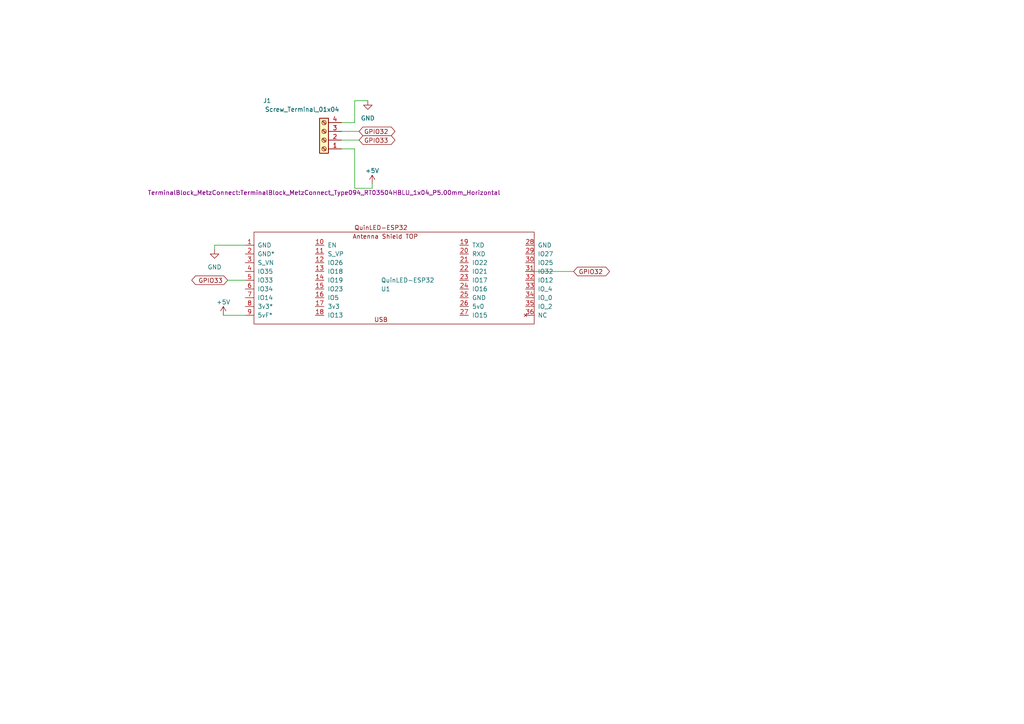
<source format=kicad_sch>
(kicad_sch (version 20231120) (generator "eeschema") (generator_version "8.0")
  (paper "A4")
  (lib_symbols
    (symbol "Connector:Screw_Terminal_01x04" (pin_names (offset 1.016) hide)
      (property "Reference" "J" (at 0 5.08 0))
      (property "Value" "Screw_Terminal_01x04" (at 0 -7.62 0))
      (symbol "Screw_Terminal_01x04_1_1"
        (rectangle (start -1.27 3.81) (end 1.27 -6.35) (stroke (width 0.254)) (fill (type background)))
        (circle (center 0 -5.08) (radius 0.635) (stroke (width 0.1524)))
        (circle (center 0 -2.54) (radius 0.635) (stroke (width 0.1524)))
        (polyline (pts (xy -0.5334 -4.7498) (xy 0.3302 -5.588)) (stroke (width 0.1524)))
        (polyline (pts (xy -0.5334 -2.2098) (xy 0.3302 -3.048)) (stroke (width 0.1524)))
        (polyline (pts (xy -0.5334 0.3302) (xy 0.3302 -0.508)) (stroke (width 0.1524)))
        (polyline (pts (xy -0.5334 2.8702) (xy 0.3302 2.032)) (stroke (width 0.1524)))
        (polyline (pts (xy -0.3556 -4.572) (xy 0.508 -5.4102)) (stroke (width 0.1524)))
        (polyline (pts (xy -0.3556 -2.032) (xy 0.508 -2.8702)) (stroke (width 0.1524)))
        (polyline (pts (xy -0.3556 0.508) (xy 0.508 -0.3302)) (stroke (width 0.1524)))
        (polyline (pts (xy -0.3556 3.048) (xy 0.508 2.2098)) (stroke (width 0.1524)))
        (circle (center 0 0) (radius 0.635) (stroke (width 0.1524)))
        (circle (center 0 2.54) (radius 0.635) (stroke (width 0.1524)))
        (pin passive line (at -5.08 2.54 0) (length 3.81) (name "Pin_1") (number "1"))
        (pin passive line (at -5.08 0 0) (length 3.81) (name "Pin_2") (number "2"))
        (pin passive line (at -5.08 -2.54 0) (length 3.81) (name "Pin_3") (number "3"))
        (pin passive line (at -5.08 -5.08 0) (length 3.81) (name "Pin_4") (number "4"))
      )
    )
    (symbol "QuinLED-ESP32:QuinLED-ESP32" (pin_names (offset 1.016))
      (property "Reference" "U" (at 58.42 -12.7 0))
      (property "Value" "QuinLED-ESP32" (at 58.42 -7.62 0))
      (symbol "QuinLED-ESP32_0_0"
        (rectangle (start 21.59 -3.81) (end 102.87 -30.48))
        (text "Antenna Shield TOP" (at 59.69 -5.08 0) (effects (font (size 1.27 1.27))))
        (text "QuinLED-ESP32" (at 58.42 -2.54 0) (effects (font (size 1.27 1.27))))
        (text "USB" (at 58.42 -29.21 0) (effects (font (size 1.27 1.27))))
      )
      (symbol "QuinLED-ESP32_1_1"
        (pin bidirectional line (at 19.05 -7.62 0) (length 2.54) (name "GND") (number "1"))
        (pin input line (at 39.37 -7.62 0) (length 2.54) (name "EN") (number "10"))
        (pin input line (at 39.37 -10.16 0) (length 2.54) (name "S_VP") (number "11"))
        (pin bidirectional line (at 39.37 -12.7 0) (length 2.54) (name "IO26") (number "12"))
        (pin bidirectional line (at 39.37 -15.24 0) (length 2.54) (name "IO18") (number "13"))
        (pin bidirectional line (at 39.37 -17.78 0) (length 2.54) (name "IO19") (number "14"))
        (pin bidirectional line (at 39.37 -20.32 0) (length 2.54) (name "IO23") (number "15"))
        (pin bidirectional line (at 39.37 -22.86 0) (length 2.54) (name "IO5") (number "16"))
        (pin output line (at 39.37 -25.4 0) (length 2.54) (name "3v3") (number "17"))
        (pin bidirectional line (at 39.37 -27.94 0) (length 2.54) (name "IO13") (number "18"))
        (pin output line (at 81.28 -7.62 0) (length 2.54) (name "TXD") (number "19"))
        (pin bidirectional line (at 19.05 -10.16 0) (length 2.54) (name "GND*") (number "2"))
        (pin input line (at 81.28 -10.16 0) (length 2.54) (name "RXD") (number "20"))
        (pin bidirectional line (at 81.28 -12.7 0) (length 2.54) (name "IO22") (number "21"))
        (pin bidirectional line (at 81.28 -15.24 0) (length 2.54) (name "IO21") (number "22"))
        (pin bidirectional line (at 81.28 -17.78 0) (length 2.54) (name "IO17") (number "23"))
        (pin bidirectional line (at 81.28 -20.32 0) (length 2.54) (name "IO16") (number "24"))
        (pin bidirectional line (at 81.28 -22.86 0) (length 2.54) (name "GND") (number "25"))
        (pin input line (at 81.28 -25.4 0) (length 2.54) (name "5v0") (number "26"))
        (pin bidirectional line (at 81.28 -27.94 0) (length 2.54) (name "IO15") (number "27"))
        (pin bidirectional line (at 100.33 -7.62 0) (length 2.54) (name "GND") (number "28"))
        (pin bidirectional line (at 100.33 -10.16 0) (length 2.54) (name "IO27") (number "29"))
        (pin input line (at 19.05 -12.7 0) (length 2.54) (name "S_VN") (number "3"))
        (pin bidirectional line (at 100.33 -12.7 0) (length 2.54) (name "IO25") (number "30"))
        (pin bidirectional line (at 100.33 -15.24 0) (length 2.54) (name "IO32") (number "31"))
        (pin bidirectional line (at 100.33 -17.78 0) (length 2.54) (name "IO12") (number "32"))
        (pin bidirectional line (at 100.33 -20.32 0) (length 2.54) (name "IO_4") (number "33"))
        (pin bidirectional line (at 100.33 -22.86 0) (length 2.54) (name "IO_0") (number "34"))
        (pin bidirectional line (at 100.33 -25.4 0) (length 2.54) (name "IO_2") (number "35"))
        (pin no_connect line (at 100.33 -27.94 0) (length 2.54) (name "NC") (number "36"))
        (pin bidirectional line (at 19.05 -15.24 0) (length 2.54) (name "IO35") (number "4"))
        (pin bidirectional line (at 19.05 -17.78 0) (length 2.54) (name "IO33") (number "5"))
        (pin bidirectional line (at 19.05 -20.32 0) (length 2.54) (name "IO34") (number "6"))
        (pin bidirectional line (at 19.05 -22.86 0) (length 2.54) (name "IO14") (number "7"))
        (pin output line (at 19.05 -25.4 0) (length 2.54) (name "3v3*") (number "8"))
        (pin output line (at 19.05 -27.94 0) (length 2.54) (name "5vF*") (number "9"))
      )
    )
    (symbol "power:+5V" (power) (pin_names (offset 0))
      (property "Value" "+5V" (at 0 3.556 0))
      (symbol "+5V_0_1"
        (polyline (pts (xy -0.762 1.27) (xy 0 2.54)))
        (polyline (pts (xy 0 0) (xy 0 2.54)))
        (polyline (pts (xy 0 2.54) (xy 0.762 1.27)))
      )
      (symbol "+5V_1_1"
        (pin power_in line (at 0 0 90) (length 0) hide (name "+5V") (number "1"))
      )
    )
    (symbol "power:GND" (power) (pin_names (offset 0))
      (property "Value" "GND" (at 0 -3.81 0))
      (symbol "GND_0_1"
        (polyline (pts (xy 0 0) (xy 0 -1.27) (xy 1.27 -1.27) (xy 0 -2.54) (xy -1.27 -1.27) (xy 0 -1.27)))
      )
      (symbol "GND_1_1"
        (pin power_in line (at 0 0 270) (length 0) hide (name "GND") (number "1"))
      )
    )
  )
  (wire (pts (xy 152.4 78.74) (xy 166.37 78.74)))
  (wire (pts (xy 64.77 91.44) (xy 71.12 91.44)))
  (wire (pts (xy 102.87 43.18) (xy 102.87 54.61)))
  (wire (pts (xy 62.23 71.12) (xy 62.23 72.39)))
  (wire (pts (xy 71.12 71.12) (xy 62.23 71.12)))
  (wire (pts (xy 66.04 81.28) (xy 71.12 81.28)))
  (wire (pts (xy 102.87 35.56) (xy 102.87 29.21)))
  (wire (pts (xy 107.95 53.34) (xy 107.95 54.61)))
  (wire (pts (xy 99.06 40.64) (xy 104.14 40.64)))
  (wire (pts (xy 102.87 29.21) (xy 106.68 29.21)))
  (wire (pts (xy 99.06 43.18) (xy 102.87 43.18)))
  (wire (pts (xy 99.06 35.56) (xy 102.87 35.56)))
  (wire (pts (xy 99.06 38.1) (xy 104.14 38.1)))
  (wire (pts (xy 102.87 54.61) (xy 107.95 54.61)))
  (global_label "GPIO33" (shape bidirectional) (at 66.04 81.28 180) (property "Intersheetrefs" "${INTERSHEET_REFS}" (effects (hide yes))))
  (global_label "GPIO32" (shape bidirectional) (at 166.37 78.74 0) (property "Intersheetrefs" "${INTERSHEET_REFS}" (effects (hide yes))))
  (global_label "GPIO32" (shape bidirectional) (at 104.14 38.1 0) (property "Intersheetrefs" "${INTERSHEET_REFS}" (effects (hide yes))))
  (global_label "GPIO33" (shape bidirectional) (at 104.14 40.64 0) (property "Intersheetrefs" "${INTERSHEET_REFS}" (effects (hide yes))))
  (symbol (lib_id "power:+5V") (at 107.95 53.34 0) (unit 1)
    (property "Reference" "#PWR04" (effects (hide yes)))
    (property "Value" "+5V" (at 107.95 49.53 0))
  )
  (symbol (lib_id "power:GND") (at 106.68 29.21 0) (unit 1)
    (property "Reference" "#PWR03" (effects (hide yes)))
    (property "Value" "GND" (at 106.68 34.29 0))
  )
  (symbol (lib_id "power:GND") (at 62.23 72.39 0) (unit 1)
    (property "Reference" "#PWR01" (effects (hide yes)))
    (property "Value" "GND" (at 62.23 77.47 0))
  )
  (symbol (lib_id "QuinLED-ESP32:QuinLED-ESP32") (at 52.07 63.5 0) (unit 1)
    (property "Reference" "U1" (at 110.49 83.82 0) (effects (justify left)))
    (property "Value" "QuinLED-ESP32" (at 110.49 81.28 0) (effects (justify left)))
    (property "Footprint" "QuinLED-ESP32:QuinLED-ESP32" (effects (hide yes)))
  )
  (symbol (lib_id "power:+5V") (at 64.77 91.44 0) (unit 1)
    (property "Reference" "#PWR02" (effects (hide yes)))
    (property "Value" "+5V" (at 64.77 87.63 0))
  )
  (symbol (lib_id "Connector:Screw_Terminal_01x04") (at 93.98 40.64 180) (unit 1)
    (property "Reference" "J1" (at 77.47 29.21 0))
    (property "Value" "Screw_Terminal_01x04" (at 87.63 31.75 0))
    (property "Footprint" "TerminalBlock_MetzConnect:TerminalBlock_MetzConnect_Type094_RT03504HBLU_1x04_P5.00mm_Horizontal" (at 93.98 55.88 0))
  )
)
</source>
